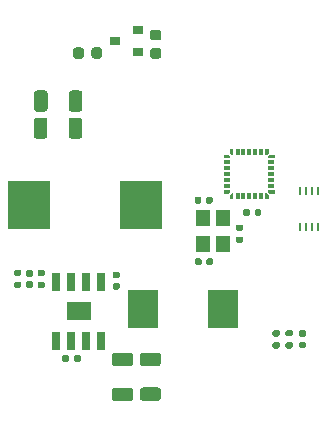
<source format=gtp>
G04 #@! TF.GenerationSoftware,KiCad,Pcbnew,(5.1.10)-1*
G04 #@! TF.CreationDate,2021-05-29T17:35:04+08:00*
G04 #@! TF.ProjectId,tiny_V1.0,74696e79-5f56-4312-9e30-2e6b69636164,rev?*
G04 #@! TF.SameCoordinates,Original*
G04 #@! TF.FileFunction,Paste,Top*
G04 #@! TF.FilePolarity,Positive*
%FSLAX46Y46*%
G04 Gerber Fmt 4.6, Leading zero omitted, Abs format (unit mm)*
G04 Created by KiCad (PCBNEW (5.1.10)-1) date 2021-05-29 17:35:04*
%MOMM*%
%LPD*%
G01*
G04 APERTURE LIST*
%ADD10R,1.200000X1.400000*%
%ADD11R,0.250000X0.750000*%
%ADD12R,0.900000X0.800000*%
%ADD13R,3.600000X4.100000*%
%ADD14R,2.101200X1.567800*%
%ADD15R,0.802000X1.505000*%
%ADD16C,0.100000*%
%ADD17R,0.550000X0.300000*%
%ADD18R,0.300000X0.550000*%
%ADD19R,2.500000X3.300000*%
G04 APERTURE END LIST*
G36*
G01*
X7076400Y-11271900D02*
X7416400Y-11271900D01*
G75*
G02*
X7556400Y-11411900I0J-140000D01*
G01*
X7556400Y-11691900D01*
G75*
G02*
X7416400Y-11831900I-140000J0D01*
G01*
X7076400Y-11831900D01*
G75*
G02*
X6936400Y-11691900I0J140000D01*
G01*
X6936400Y-11411900D01*
G75*
G02*
X7076400Y-11271900I140000J0D01*
G01*
G37*
G36*
G01*
X7076400Y-10311900D02*
X7416400Y-10311900D01*
G75*
G02*
X7556400Y-10451900I0J-140000D01*
G01*
X7556400Y-10731900D01*
G75*
G02*
X7416400Y-10871900I-140000J0D01*
G01*
X7076400Y-10871900D01*
G75*
G02*
X6936400Y-10731900I0J140000D01*
G01*
X6936400Y-10451900D01*
G75*
G02*
X7076400Y-10311900I140000J0D01*
G01*
G37*
D10*
X-1162640Y-2994880D03*
X-1162640Y-794880D03*
X537360Y-794880D03*
X537360Y-2994880D03*
D11*
X8550120Y-1593220D03*
X8050120Y-1593220D03*
X7550120Y-1593220D03*
X7050120Y-1593220D03*
X7050120Y1506780D03*
X7550120Y1506780D03*
X8050120Y1506780D03*
X8550120Y1506780D03*
D12*
X-8660860Y14190940D03*
X-6660860Y15140940D03*
X-6660860Y13240940D03*
G36*
G01*
X-16670660Y-5711260D02*
X-17040660Y-5711260D01*
G75*
G02*
X-17175660Y-5576260I0J135000D01*
G01*
X-17175660Y-5306260D01*
G75*
G02*
X-17040660Y-5171260I135000J0D01*
G01*
X-16670660Y-5171260D01*
G75*
G02*
X-16535660Y-5306260I0J-135000D01*
G01*
X-16535660Y-5576260D01*
G75*
G02*
X-16670660Y-5711260I-135000J0D01*
G01*
G37*
G36*
G01*
X-16670660Y-6731260D02*
X-17040660Y-6731260D01*
G75*
G02*
X-17175660Y-6596260I0J135000D01*
G01*
X-17175660Y-6326260D01*
G75*
G02*
X-17040660Y-6191260I135000J0D01*
G01*
X-16670660Y-6191260D01*
G75*
G02*
X-16535660Y-6326260I0J-135000D01*
G01*
X-16535660Y-6596260D01*
G75*
G02*
X-16670660Y-6731260I-135000J0D01*
G01*
G37*
G36*
G01*
X-14674220Y-5718880D02*
X-15044220Y-5718880D01*
G75*
G02*
X-15179220Y-5583880I0J135000D01*
G01*
X-15179220Y-5313880D01*
G75*
G02*
X-15044220Y-5178880I135000J0D01*
G01*
X-14674220Y-5178880D01*
G75*
G02*
X-14539220Y-5313880I0J-135000D01*
G01*
X-14539220Y-5583880D01*
G75*
G02*
X-14674220Y-5718880I-135000J0D01*
G01*
G37*
G36*
G01*
X-14674220Y-6738880D02*
X-15044220Y-6738880D01*
G75*
G02*
X-15179220Y-6603880I0J135000D01*
G01*
X-15179220Y-6333880D01*
G75*
G02*
X-15044220Y-6198880I135000J0D01*
G01*
X-14674220Y-6198880D01*
G75*
G02*
X-14539220Y-6333880I0J-135000D01*
G01*
X-14539220Y-6603880D01*
G75*
G02*
X-14674220Y-6738880I-135000J0D01*
G01*
G37*
G36*
G01*
X2112640Y-1893640D02*
X1742640Y-1893640D01*
G75*
G02*
X1607640Y-1758640I0J135000D01*
G01*
X1607640Y-1488640D01*
G75*
G02*
X1742640Y-1353640I135000J0D01*
G01*
X2112640Y-1353640D01*
G75*
G02*
X2247640Y-1488640I0J-135000D01*
G01*
X2247640Y-1758640D01*
G75*
G02*
X2112640Y-1893640I-135000J0D01*
G01*
G37*
G36*
G01*
X2112640Y-2913640D02*
X1742640Y-2913640D01*
G75*
G02*
X1607640Y-2778640I0J135000D01*
G01*
X1607640Y-2508640D01*
G75*
G02*
X1742640Y-2373640I135000J0D01*
G01*
X2112640Y-2373640D01*
G75*
G02*
X2247640Y-2508640I0J-135000D01*
G01*
X2247640Y-2778640D01*
G75*
G02*
X2112640Y-2913640I-135000J0D01*
G01*
G37*
G36*
G01*
X6316340Y-10826820D02*
X5946340Y-10826820D01*
G75*
G02*
X5811340Y-10691820I0J135000D01*
G01*
X5811340Y-10421820D01*
G75*
G02*
X5946340Y-10286820I135000J0D01*
G01*
X6316340Y-10286820D01*
G75*
G02*
X6451340Y-10421820I0J-135000D01*
G01*
X6451340Y-10691820D01*
G75*
G02*
X6316340Y-10826820I-135000J0D01*
G01*
G37*
G36*
G01*
X6316340Y-11846820D02*
X5946340Y-11846820D01*
G75*
G02*
X5811340Y-11711820I0J135000D01*
G01*
X5811340Y-11441820D01*
G75*
G02*
X5946340Y-11306820I135000J0D01*
G01*
X6316340Y-11306820D01*
G75*
G02*
X6451340Y-11441820I0J-135000D01*
G01*
X6451340Y-11711820D01*
G75*
G02*
X6316340Y-11846820I-135000J0D01*
G01*
G37*
G36*
G01*
X-12533820Y-12499800D02*
X-12533820Y-12869800D01*
G75*
G02*
X-12668820Y-13004800I-135000J0D01*
G01*
X-12938820Y-13004800D01*
G75*
G02*
X-13073820Y-12869800I0J135000D01*
G01*
X-13073820Y-12499800D01*
G75*
G02*
X-12938820Y-12364800I135000J0D01*
G01*
X-12668820Y-12364800D01*
G75*
G02*
X-12533820Y-12499800I0J-135000D01*
G01*
G37*
G36*
G01*
X-11513820Y-12499800D02*
X-11513820Y-12869800D01*
G75*
G02*
X-11648820Y-13004800I-135000J0D01*
G01*
X-11918820Y-13004800D01*
G75*
G02*
X-12053820Y-12869800I0J135000D01*
G01*
X-12053820Y-12499800D01*
G75*
G02*
X-11918820Y-12364800I135000J0D01*
G01*
X-11648820Y-12364800D01*
G75*
G02*
X-11513820Y-12499800I0J-135000D01*
G01*
G37*
G36*
G01*
X4846520Y-11311900D02*
X5216520Y-11311900D01*
G75*
G02*
X5351520Y-11446900I0J-135000D01*
G01*
X5351520Y-11716900D01*
G75*
G02*
X5216520Y-11851900I-135000J0D01*
G01*
X4846520Y-11851900D01*
G75*
G02*
X4711520Y-11716900I0J135000D01*
G01*
X4711520Y-11446900D01*
G75*
G02*
X4846520Y-11311900I135000J0D01*
G01*
G37*
G36*
G01*
X4846520Y-10291900D02*
X5216520Y-10291900D01*
G75*
G02*
X5351520Y-10426900I0J-135000D01*
G01*
X5351520Y-10696900D01*
G75*
G02*
X5216520Y-10831900I-135000J0D01*
G01*
X4846520Y-10831900D01*
G75*
G02*
X4711520Y-10696900I0J135000D01*
G01*
X4711520Y-10426900D01*
G75*
G02*
X4846520Y-10291900I135000J0D01*
G01*
G37*
D13*
X-15895740Y309840D03*
X-6395740Y309840D03*
D14*
X-11696920Y-8686840D03*
D15*
X-9791920Y-11184340D03*
X-11061920Y-11184340D03*
X-12331920Y-11184340D03*
X-13601920Y-11184340D03*
X-13601920Y-6189340D03*
X-12331920Y-6189340D03*
X-11061920Y-6189340D03*
X-9791920Y-6189340D03*
D16*
G36*
X1005680Y4576040D02*
G01*
X1155680Y4426040D01*
X1155680Y4276040D01*
X605680Y4276040D01*
X605680Y4576040D01*
X1005680Y4576040D01*
G37*
G36*
X4405680Y4676040D02*
G01*
X4255680Y4526040D01*
X4105680Y4526040D01*
X4105680Y5076040D01*
X4405680Y5076040D01*
X4405680Y4676040D01*
G37*
G36*
X4505680Y1276040D02*
G01*
X4355680Y1426040D01*
X4355680Y1576040D01*
X4905680Y1576040D01*
X4905680Y1276040D01*
X4505680Y1276040D01*
G37*
G36*
X1105680Y1176040D02*
G01*
X1255680Y1326040D01*
X1405680Y1326040D01*
X1405680Y776040D01*
X1105680Y776040D01*
X1105680Y1176040D01*
G37*
G36*
X4105680Y1326040D02*
G01*
X4255680Y1326040D01*
X4405680Y1176040D01*
X4405680Y776040D01*
X4105680Y776040D01*
X4105680Y1326040D01*
G37*
G36*
X4355680Y4276040D02*
G01*
X4355680Y4426040D01*
X4505680Y4576040D01*
X4905680Y4576040D01*
X4905680Y4276040D01*
X4355680Y4276040D01*
G37*
G36*
X1405680Y4526040D02*
G01*
X1255680Y4526040D01*
X1105680Y4676040D01*
X1105680Y5076040D01*
X1405680Y5076040D01*
X1405680Y4526040D01*
G37*
G36*
X1155680Y1576040D02*
G01*
X1155680Y1426040D01*
X1005680Y1276040D01*
X605680Y1276040D01*
X605680Y1576040D01*
X1155680Y1576040D01*
G37*
D17*
X880680Y1926040D03*
X880680Y2426040D03*
X880680Y2926040D03*
X880680Y3426040D03*
X880680Y3926040D03*
D18*
X1755680Y4801040D03*
X2255680Y4801040D03*
X2755680Y4801040D03*
X3255680Y4801040D03*
X3755680Y4801040D03*
D17*
X4630680Y3926040D03*
X4630680Y3426040D03*
X4630680Y2926040D03*
X4630680Y2426040D03*
X4630680Y1926040D03*
D18*
X3755680Y1051040D03*
X3255680Y1051040D03*
X2755680Y1051040D03*
X2255680Y1051040D03*
X1755680Y1051040D03*
D19*
X527040Y-8481100D03*
X-6272960Y-8481100D03*
G36*
G01*
X-4971239Y-13341820D02*
X-6271241Y-13341820D01*
G75*
G02*
X-6521240Y-13091821I0J249999D01*
G01*
X-6521240Y-12441819D01*
G75*
G02*
X-6271241Y-12191820I249999J0D01*
G01*
X-4971239Y-12191820D01*
G75*
G02*
X-4721240Y-12441819I0J-249999D01*
G01*
X-4721240Y-13091821D01*
G75*
G02*
X-4971239Y-13341820I-249999J0D01*
G01*
G37*
G36*
G01*
X-4971239Y-16291820D02*
X-6271241Y-16291820D01*
G75*
G02*
X-6521240Y-16041821I0J249999D01*
G01*
X-6521240Y-15391819D01*
G75*
G02*
X-6271241Y-15141820I249999J0D01*
G01*
X-4971239Y-15141820D01*
G75*
G02*
X-4721240Y-15391819I0J-249999D01*
G01*
X-4721240Y-16041821D01*
G75*
G02*
X-4971239Y-16291820I-249999J0D01*
G01*
G37*
G36*
G01*
X-5421660Y13589080D02*
X-4921660Y13589080D01*
G75*
G02*
X-4696660Y13364080I0J-225000D01*
G01*
X-4696660Y12914080D01*
G75*
G02*
X-4921660Y12689080I-225000J0D01*
G01*
X-5421660Y12689080D01*
G75*
G02*
X-5646660Y12914080I0J225000D01*
G01*
X-5646660Y13364080D01*
G75*
G02*
X-5421660Y13589080I225000J0D01*
G01*
G37*
G36*
G01*
X-5421660Y15139080D02*
X-4921660Y15139080D01*
G75*
G02*
X-4696660Y14914080I0J-225000D01*
G01*
X-4696660Y14464080D01*
G75*
G02*
X-4921660Y14239080I-225000J0D01*
G01*
X-5421660Y14239080D01*
G75*
G02*
X-5646660Y14464080I0J225000D01*
G01*
X-5646660Y14914080D01*
G75*
G02*
X-5421660Y15139080I225000J0D01*
G01*
G37*
G36*
G01*
X-874640Y-4676000D02*
X-874640Y-4336000D01*
G75*
G02*
X-734640Y-4196000I140000J0D01*
G01*
X-454640Y-4196000D01*
G75*
G02*
X-314640Y-4336000I0J-140000D01*
G01*
X-314640Y-4676000D01*
G75*
G02*
X-454640Y-4816000I-140000J0D01*
G01*
X-734640Y-4816000D01*
G75*
G02*
X-874640Y-4676000I0J140000D01*
G01*
G37*
G36*
G01*
X-1834640Y-4676000D02*
X-1834640Y-4336000D01*
G75*
G02*
X-1694640Y-4196000I140000J0D01*
G01*
X-1414640Y-4196000D01*
G75*
G02*
X-1274640Y-4336000I0J-140000D01*
G01*
X-1274640Y-4676000D01*
G75*
G02*
X-1414640Y-4816000I-140000J0D01*
G01*
X-1694640Y-4816000D01*
G75*
G02*
X-1834640Y-4676000I0J140000D01*
G01*
G37*
G36*
G01*
X-912740Y538620D02*
X-912740Y878620D01*
G75*
G02*
X-772740Y1018620I140000J0D01*
G01*
X-492740Y1018620D01*
G75*
G02*
X-352740Y878620I0J-140000D01*
G01*
X-352740Y538620D01*
G75*
G02*
X-492740Y398620I-140000J0D01*
G01*
X-772740Y398620D01*
G75*
G02*
X-912740Y538620I0J140000D01*
G01*
G37*
G36*
G01*
X-1872740Y538620D02*
X-1872740Y878620D01*
G75*
G02*
X-1732740Y1018620I140000J0D01*
G01*
X-1452740Y1018620D01*
G75*
G02*
X-1312740Y878620I0J-140000D01*
G01*
X-1312740Y538620D01*
G75*
G02*
X-1452740Y398620I-140000J0D01*
G01*
X-1732740Y398620D01*
G75*
G02*
X-1872740Y538620I0J140000D01*
G01*
G37*
G36*
G01*
X-10609920Y12917320D02*
X-10609920Y13417320D01*
G75*
G02*
X-10384920Y13642320I225000J0D01*
G01*
X-9934920Y13642320D01*
G75*
G02*
X-9709920Y13417320I0J-225000D01*
G01*
X-9709920Y12917320D01*
G75*
G02*
X-9934920Y12692320I-225000J0D01*
G01*
X-10384920Y12692320D01*
G75*
G02*
X-10609920Y12917320I0J225000D01*
G01*
G37*
G36*
G01*
X-12159920Y12917320D02*
X-12159920Y13417320D01*
G75*
G02*
X-11934920Y13642320I225000J0D01*
G01*
X-11484920Y13642320D01*
G75*
G02*
X-11259920Y13417320I0J-225000D01*
G01*
X-11259920Y12917320D01*
G75*
G02*
X-11484920Y12692320I-225000J0D01*
G01*
X-11934920Y12692320D01*
G75*
G02*
X-12159920Y12917320I0J225000D01*
G01*
G37*
G36*
G01*
X-14341900Y7457161D02*
X-14341900Y6157159D01*
G75*
G02*
X-14591899Y5907160I-249999J0D01*
G01*
X-15241901Y5907160D01*
G75*
G02*
X-15491900Y6157159I0J249999D01*
G01*
X-15491900Y7457161D01*
G75*
G02*
X-15241901Y7707160I249999J0D01*
G01*
X-14591899Y7707160D01*
G75*
G02*
X-14341900Y7457161I0J-249999D01*
G01*
G37*
G36*
G01*
X-11391900Y7457161D02*
X-11391900Y6157159D01*
G75*
G02*
X-11641899Y5907160I-249999J0D01*
G01*
X-12291901Y5907160D01*
G75*
G02*
X-12541900Y6157159I0J249999D01*
G01*
X-12541900Y7457161D01*
G75*
G02*
X-12291901Y7707160I249999J0D01*
G01*
X-11641899Y7707160D01*
G75*
G02*
X-11391900Y7457161I0J-249999D01*
G01*
G37*
G36*
G01*
X-14331740Y9748241D02*
X-14331740Y8448239D01*
G75*
G02*
X-14581739Y8198240I-249999J0D01*
G01*
X-15231741Y8198240D01*
G75*
G02*
X-15481740Y8448239I0J249999D01*
G01*
X-15481740Y9748241D01*
G75*
G02*
X-15231741Y9998240I249999J0D01*
G01*
X-14581739Y9998240D01*
G75*
G02*
X-14331740Y9748241I0J-249999D01*
G01*
G37*
G36*
G01*
X-11381740Y9748241D02*
X-11381740Y8448239D01*
G75*
G02*
X-11631739Y8198240I-249999J0D01*
G01*
X-12281741Y8198240D01*
G75*
G02*
X-12531740Y8448239I0J249999D01*
G01*
X-12531740Y9748241D01*
G75*
G02*
X-12281741Y9998240I249999J0D01*
G01*
X-11631739Y9998240D01*
G75*
G02*
X-11381740Y9748241I0J-249999D01*
G01*
G37*
G36*
G01*
X-7328359Y-13362140D02*
X-8628361Y-13362140D01*
G75*
G02*
X-8878360Y-13112141I0J249999D01*
G01*
X-8878360Y-12462139D01*
G75*
G02*
X-8628361Y-12212140I249999J0D01*
G01*
X-7328359Y-12212140D01*
G75*
G02*
X-7078360Y-12462139I0J-249999D01*
G01*
X-7078360Y-13112141D01*
G75*
G02*
X-7328359Y-13362140I-249999J0D01*
G01*
G37*
G36*
G01*
X-7328359Y-16312140D02*
X-8628361Y-16312140D01*
G75*
G02*
X-8878360Y-16062141I0J249999D01*
G01*
X-8878360Y-15412139D01*
G75*
G02*
X-8628361Y-15162140I249999J0D01*
G01*
X-7328359Y-15162140D01*
G75*
G02*
X-7078360Y-15412139I0J-249999D01*
G01*
X-7078360Y-16062141D01*
G75*
G02*
X-7328359Y-16312140I-249999J0D01*
G01*
G37*
G36*
G01*
X-15687440Y-5751260D02*
X-16027440Y-5751260D01*
G75*
G02*
X-16167440Y-5611260I0J140000D01*
G01*
X-16167440Y-5331260D01*
G75*
G02*
X-16027440Y-5191260I140000J0D01*
G01*
X-15687440Y-5191260D01*
G75*
G02*
X-15547440Y-5331260I0J-140000D01*
G01*
X-15547440Y-5611260D01*
G75*
G02*
X-15687440Y-5751260I-140000J0D01*
G01*
G37*
G36*
G01*
X-15687440Y-6711260D02*
X-16027440Y-6711260D01*
G75*
G02*
X-16167440Y-6571260I0J140000D01*
G01*
X-16167440Y-6291260D01*
G75*
G02*
X-16027440Y-6151260I140000J0D01*
G01*
X-15687440Y-6151260D01*
G75*
G02*
X-15547440Y-6291260I0J-140000D01*
G01*
X-15547440Y-6571260D01*
G75*
G02*
X-15687440Y-6711260I-140000J0D01*
G01*
G37*
G36*
G01*
X-8349380Y-5908740D02*
X-8689380Y-5908740D01*
G75*
G02*
X-8829380Y-5768740I0J140000D01*
G01*
X-8829380Y-5488740D01*
G75*
G02*
X-8689380Y-5348740I140000J0D01*
G01*
X-8349380Y-5348740D01*
G75*
G02*
X-8209380Y-5488740I0J-140000D01*
G01*
X-8209380Y-5768740D01*
G75*
G02*
X-8349380Y-5908740I-140000J0D01*
G01*
G37*
G36*
G01*
X-8349380Y-6868740D02*
X-8689380Y-6868740D01*
G75*
G02*
X-8829380Y-6728740I0J140000D01*
G01*
X-8829380Y-6448740D01*
G75*
G02*
X-8689380Y-6308740I140000J0D01*
G01*
X-8349380Y-6308740D01*
G75*
G02*
X-8209380Y-6448740I0J-140000D01*
G01*
X-8209380Y-6728740D01*
G75*
G02*
X-8349380Y-6868740I-140000J0D01*
G01*
G37*
G36*
G01*
X3199520Y-497700D02*
X3199520Y-157700D01*
G75*
G02*
X3339520Y-17700I140000J0D01*
G01*
X3619520Y-17700D01*
G75*
G02*
X3759520Y-157700I0J-140000D01*
G01*
X3759520Y-497700D01*
G75*
G02*
X3619520Y-637700I-140000J0D01*
G01*
X3339520Y-637700D01*
G75*
G02*
X3199520Y-497700I0J140000D01*
G01*
G37*
G36*
G01*
X2239520Y-497700D02*
X2239520Y-157700D01*
G75*
G02*
X2379520Y-17700I140000J0D01*
G01*
X2659520Y-17700D01*
G75*
G02*
X2799520Y-157700I0J-140000D01*
G01*
X2799520Y-497700D01*
G75*
G02*
X2659520Y-637700I-140000J0D01*
G01*
X2379520Y-637700D01*
G75*
G02*
X2239520Y-497700I0J140000D01*
G01*
G37*
M02*

</source>
